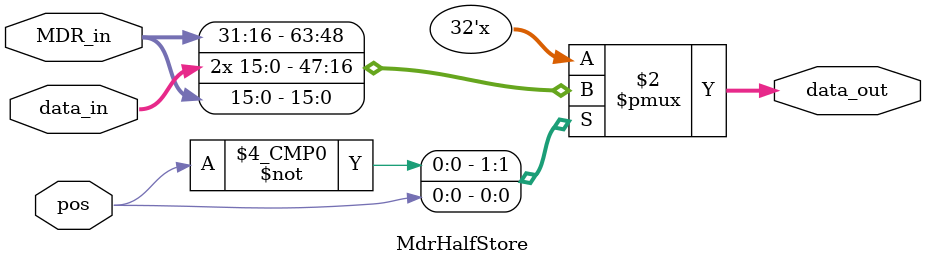
<source format=v>
`timescale 1ns / 1ps
module MdrHalfStore(
	input wire pos,
	input wire [31:0] MDR_in,
	input wire [15:0] data_in,
	
	output reg [31:0] data_out
    );
	 
	 
	always @* 
	begin
		case (pos)
			1'b0: data_out[31:0] = {MDR_in[31:16], data_in[15:0]}; 
			1'b1: data_out[31:0] = {data_in[15:0], MDR_in[15:0]}; 
		endcase
	end


endmodule

</source>
